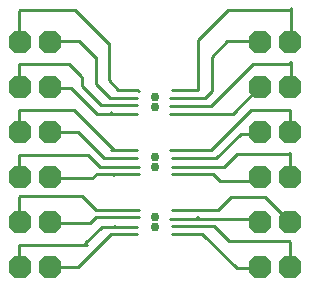
<source format=gbl>
G75*
%MOIN*%
%OFA0B0*%
%FSLAX24Y24*%
%IPPOS*%
%LPD*%
%AMOC8*
5,1,8,0,0,1.08239X$1,22.5*
%
%ADD10C,0.0300*%
%ADD11OC8,0.0760*%
%ADD12C,0.0100*%
D10*
X005330Y001970D03*
X005330Y002290D03*
X005330Y003970D03*
X005330Y004290D03*
X005330Y005970D03*
X005330Y006290D03*
D11*
X001830Y006630D03*
X000830Y006630D03*
X000830Y005130D03*
X001830Y005130D03*
X001830Y003630D03*
X000830Y003630D03*
X000830Y002130D03*
X001830Y002130D03*
X001830Y000630D03*
X000830Y000630D03*
X008830Y000630D03*
X009830Y000630D03*
X009830Y002130D03*
X008830Y002130D03*
X008830Y003630D03*
X009830Y003630D03*
X009830Y005130D03*
X008830Y005130D03*
X008830Y006630D03*
X009830Y006630D03*
X009830Y008130D03*
X008830Y008130D03*
X008830Y008130D03*
X001830Y008130D03*
X000830Y008130D03*
X000830Y008130D03*
D12*
X000814Y001370D02*
X000814Y000583D01*
X000814Y001370D02*
X003058Y001370D01*
X003019Y001410D02*
X003570Y001961D01*
X004003Y001961D01*
X003964Y002000D01*
X004003Y001961D02*
X004751Y001961D01*
X004751Y001724D02*
X003885Y001724D01*
X002783Y000622D01*
X001799Y000622D01*
X001838Y002079D02*
X003176Y002079D01*
X003373Y002276D01*
X004791Y002276D01*
X004791Y002512D02*
X003373Y002512D01*
X002901Y002984D01*
X000854Y002984D01*
X000814Y002945D01*
X000814Y002118D01*
X000854Y002079D01*
X000814Y003614D02*
X000814Y004362D01*
X003098Y004362D01*
X003491Y003969D01*
X003924Y003969D01*
X004043Y003969D01*
X004791Y003969D01*
X004791Y003732D02*
X003924Y003732D01*
X003964Y003693D01*
X003924Y003732D02*
X003413Y003732D01*
X003255Y003575D01*
X001838Y003575D01*
X001838Y005110D02*
X002783Y005110D01*
X003649Y004244D01*
X003924Y004244D01*
X004043Y004244D01*
X004751Y004244D01*
X004751Y004520D02*
X003964Y004520D01*
X003885Y004520D01*
X003964Y004520D02*
X002625Y005858D01*
X000814Y005858D01*
X000814Y005110D01*
X000814Y006606D02*
X000814Y007394D01*
X002468Y007394D01*
X002861Y007000D01*
X002901Y006961D02*
X002901Y006646D01*
X003531Y006016D01*
X003846Y006016D01*
X003885Y006016D01*
X004751Y006016D01*
X004751Y006252D02*
X003846Y006252D01*
X003373Y006724D01*
X003373Y007630D01*
X003334Y007630D02*
X002822Y008142D01*
X001838Y008142D01*
X000814Y008102D02*
X000814Y009165D01*
X000854Y009205D01*
X002665Y009205D01*
X003806Y008063D01*
X003806Y006843D01*
X004121Y006528D01*
X004751Y006528D01*
X004791Y006488D01*
X004751Y005740D02*
X003806Y005740D01*
X003846Y005740D02*
X003885Y005780D01*
X003846Y005740D02*
X003413Y005740D01*
X002547Y006606D01*
X001877Y006606D01*
X003806Y008063D02*
X003806Y008102D01*
X005893Y006528D02*
X006759Y006528D01*
X006759Y008181D01*
X007783Y009205D01*
X009830Y009205D01*
X009869Y009244D01*
X009869Y008102D01*
X009909Y008063D01*
X009869Y007473D02*
X009869Y006606D01*
X009909Y006567D01*
X009830Y005858D02*
X008531Y005858D01*
X007192Y004520D01*
X006838Y004520D01*
X006641Y004520D01*
X005854Y004520D01*
X005893Y004244D02*
X007389Y004244D01*
X008216Y005071D01*
X008846Y005071D01*
X008058Y004402D02*
X009791Y004402D01*
X009830Y004441D01*
X009830Y003614D01*
X009909Y003536D01*
X009003Y002945D02*
X009869Y002079D01*
X009791Y001488D02*
X009830Y001449D01*
X009830Y000622D01*
X009909Y000543D01*
X008924Y000622D02*
X008885Y000583D01*
X008058Y000583D01*
X006917Y001724D01*
X005893Y001724D01*
X005893Y002000D02*
X007310Y002000D01*
X007822Y001488D01*
X009791Y001488D01*
X008885Y002079D02*
X008728Y002236D01*
X006720Y002236D01*
X006759Y002276D01*
X006720Y002236D02*
X006562Y002236D01*
X005854Y002236D01*
X005893Y002512D02*
X007428Y002512D01*
X007861Y002945D01*
X009003Y002945D01*
X008885Y003496D02*
X008885Y003693D01*
X008885Y003536D02*
X008846Y003496D01*
X007507Y003496D01*
X007271Y003732D01*
X005893Y003732D01*
X005893Y003969D02*
X007625Y003969D01*
X008058Y004402D01*
X007940Y005740D02*
X006838Y005740D01*
X006759Y005740D01*
X005854Y005740D01*
X005854Y005976D02*
X007192Y005976D01*
X008610Y007394D01*
X009791Y007394D01*
X009869Y007473D01*
X008885Y008142D02*
X007743Y008142D01*
X007232Y007630D01*
X007232Y006488D01*
X006995Y006252D01*
X005854Y006252D01*
X007940Y005740D02*
X008846Y006646D01*
X009830Y005858D02*
X009830Y005150D01*
M02*

</source>
